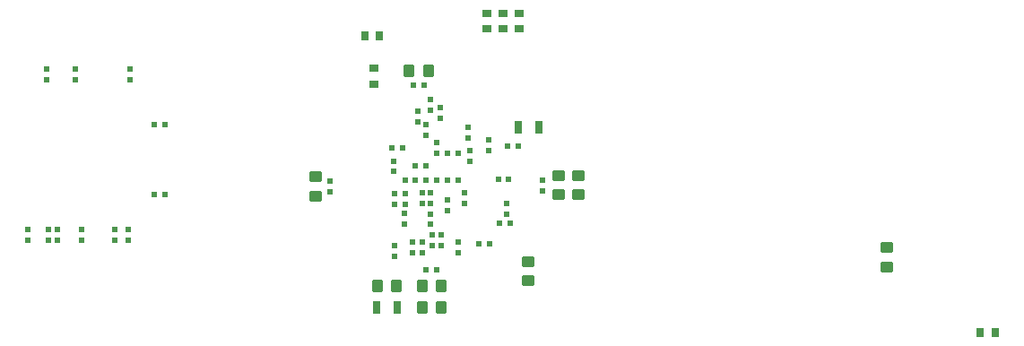
<source format=gbp>
G04*
G04 #@! TF.GenerationSoftware,Altium Limited,Altium Designer,18.0.11 (651)*
G04*
G04 Layer_Color=128*
%FSLAX42Y42*%
%MOMM*%
G71*
G01*
G75*
G04:AMPARAMS|DCode=28|XSize=0.45mm|YSize=0.55mm|CornerRadius=0.04mm|HoleSize=0mm|Usage=FLASHONLY|Rotation=270.000|XOffset=0mm|YOffset=0mm|HoleType=Round|Shape=RoundedRectangle|*
%AMROUNDEDRECTD28*
21,1,0.45,0.48,0,0,270.0*
21,1,0.38,0.55,0,0,270.0*
1,1,0.08,-0.24,-0.19*
1,1,0.08,-0.24,0.19*
1,1,0.08,0.24,0.19*
1,1,0.08,0.24,-0.19*
%
%ADD28ROUNDEDRECTD28*%
G04:AMPARAMS|DCode=31|XSize=0.85mm|YSize=0.65mm|CornerRadius=0.06mm|HoleSize=0mm|Usage=FLASHONLY|Rotation=180.000|XOffset=0mm|YOffset=0mm|HoleType=Round|Shape=RoundedRectangle|*
%AMROUNDEDRECTD31*
21,1,0.85,0.53,0,0,180.0*
21,1,0.73,0.65,0,0,180.0*
1,1,0.13,-0.36,0.26*
1,1,0.13,0.36,0.26*
1,1,0.13,0.36,-0.26*
1,1,0.13,-0.36,-0.26*
%
%ADD31ROUNDEDRECTD31*%
G04:AMPARAMS|DCode=32|XSize=0.85mm|YSize=0.65mm|CornerRadius=0.06mm|HoleSize=0mm|Usage=FLASHONLY|Rotation=270.000|XOffset=0mm|YOffset=0mm|HoleType=Round|Shape=RoundedRectangle|*
%AMROUNDEDRECTD32*
21,1,0.85,0.53,0,0,270.0*
21,1,0.73,0.65,0,0,270.0*
1,1,0.13,-0.26,-0.36*
1,1,0.13,-0.26,0.36*
1,1,0.13,0.26,0.36*
1,1,0.13,0.26,-0.36*
%
%ADD32ROUNDEDRECTD32*%
G04:AMPARAMS|DCode=37|XSize=0.85mm|YSize=0.75mm|CornerRadius=0.08mm|HoleSize=0mm|Usage=FLASHONLY|Rotation=180.000|XOffset=0mm|YOffset=0mm|HoleType=Round|Shape=RoundedRectangle|*
%AMROUNDEDRECTD37*
21,1,0.85,0.60,0,0,180.0*
21,1,0.70,0.75,0,0,180.0*
1,1,0.15,-0.35,0.30*
1,1,0.15,0.35,0.30*
1,1,0.15,0.35,-0.30*
1,1,0.15,-0.35,-0.30*
%
%ADD37ROUNDEDRECTD37*%
G04:AMPARAMS|DCode=47|XSize=1.25mm|YSize=0.95mm|CornerRadius=0.1mm|HoleSize=0mm|Usage=FLASHONLY|Rotation=90.000|XOffset=0mm|YOffset=0mm|HoleType=Round|Shape=RoundedRectangle|*
%AMROUNDEDRECTD47*
21,1,1.25,0.75,0,0,90.0*
21,1,1.05,0.95,0,0,90.0*
1,1,0.20,0.38,0.53*
1,1,0.20,0.38,-0.53*
1,1,0.20,-0.38,-0.53*
1,1,0.20,-0.38,0.53*
%
%ADD47ROUNDEDRECTD47*%
G04:AMPARAMS|DCode=48|XSize=0.45mm|YSize=0.55mm|CornerRadius=0.04mm|HoleSize=0mm|Usage=FLASHONLY|Rotation=180.000|XOffset=0mm|YOffset=0mm|HoleType=Round|Shape=RoundedRectangle|*
%AMROUNDEDRECTD48*
21,1,0.45,0.48,0,0,180.0*
21,1,0.38,0.55,0,0,180.0*
1,1,0.08,-0.19,0.24*
1,1,0.08,0.19,0.24*
1,1,0.08,0.19,-0.24*
1,1,0.08,-0.19,-0.24*
%
%ADD48ROUNDEDRECTD48*%
G04:AMPARAMS|DCode=56|XSize=1.25mm|YSize=0.65mm|CornerRadius=0.06mm|HoleSize=0mm|Usage=FLASHONLY|Rotation=90.000|XOffset=0mm|YOffset=0mm|HoleType=Round|Shape=RoundedRectangle|*
%AMROUNDEDRECTD56*
21,1,1.25,0.53,0,0,90.0*
21,1,1.13,0.65,0,0,90.0*
1,1,0.13,0.26,0.56*
1,1,0.13,0.26,-0.56*
1,1,0.13,-0.26,-0.56*
1,1,0.13,-0.26,0.56*
%
%ADD56ROUNDEDRECTD56*%
G04:AMPARAMS|DCode=66|XSize=1.25mm|YSize=0.95mm|CornerRadius=0.1mm|HoleSize=0mm|Usage=FLASHONLY|Rotation=0.000|XOffset=0mm|YOffset=0mm|HoleType=Round|Shape=RoundedRectangle|*
%AMROUNDEDRECTD66*
21,1,1.25,0.75,0,0,0.0*
21,1,1.05,0.95,0,0,0.0*
1,1,0.20,0.53,-0.38*
1,1,0.20,-0.53,-0.38*
1,1,0.20,-0.53,0.38*
1,1,0.20,0.53,0.38*
%
%ADD66ROUNDEDRECTD66*%
D28*
X5810Y3280D02*
D03*
X5710D02*
D03*
X6330Y3230D02*
D03*
X6230D02*
D03*
X5930Y3110D02*
D03*
X6030D02*
D03*
X5930Y2980D02*
D03*
X5830D02*
D03*
X6130D02*
D03*
X6030D02*
D03*
X6230Y2980D02*
D03*
X6330D02*
D03*
X6010Y3880D02*
D03*
X5910D02*
D03*
X6800Y3300D02*
D03*
X6900D02*
D03*
X6710Y2990D02*
D03*
X6810D02*
D03*
X6720Y2570D02*
D03*
X6820D02*
D03*
X6530Y2380D02*
D03*
X6630D02*
D03*
X5731Y2852D02*
D03*
X5831D02*
D03*
X5731Y2752D02*
D03*
X5831D02*
D03*
X6130Y2130D02*
D03*
X6030D02*
D03*
X3560Y3500D02*
D03*
X3460D02*
D03*
X3560Y2840D02*
D03*
X3460D02*
D03*
D31*
X6910Y4410D02*
D03*
Y4550D02*
D03*
X6760Y4410D02*
D03*
Y4550D02*
D03*
X6600Y4410D02*
D03*
Y4550D02*
D03*
D32*
X11260Y1540D02*
D03*
X11400D02*
D03*
X5590Y4340D02*
D03*
X5450D02*
D03*
D37*
X5540Y4035D02*
D03*
Y3885D02*
D03*
D47*
X5750Y1980D02*
D03*
X5570D02*
D03*
X5870Y4010D02*
D03*
X6050D02*
D03*
X5990Y1780D02*
D03*
X6170D02*
D03*
X5990Y1980D02*
D03*
X6170D02*
D03*
D48*
X5950Y3530D02*
D03*
Y3630D02*
D03*
X6160Y3560D02*
D03*
Y3660D02*
D03*
X6030Y3400D02*
D03*
Y3500D02*
D03*
X6430Y3380D02*
D03*
Y3480D02*
D03*
X6620Y3360D02*
D03*
Y3260D02*
D03*
X6130Y3231D02*
D03*
Y3331D02*
D03*
X6440Y3160D02*
D03*
Y3260D02*
D03*
X5720Y3160D02*
D03*
Y3060D02*
D03*
X5990Y2760D02*
D03*
Y2860D02*
D03*
X6070Y2860D02*
D03*
Y2760D02*
D03*
X6390Y2860D02*
D03*
Y2760D02*
D03*
X6230Y2790D02*
D03*
Y2690D02*
D03*
X6070Y2560D02*
D03*
Y2660D02*
D03*
Y3640D02*
D03*
Y3740D02*
D03*
X6790Y2760D02*
D03*
Y2660D02*
D03*
X5824Y2561D02*
D03*
Y2661D02*
D03*
X5730Y2360D02*
D03*
Y2260D02*
D03*
X5900Y2390D02*
D03*
Y2290D02*
D03*
X5990Y2390D02*
D03*
Y2290D02*
D03*
X6170Y2460D02*
D03*
Y2360D02*
D03*
X6090Y2460D02*
D03*
Y2360D02*
D03*
X6330Y2390D02*
D03*
Y2290D02*
D03*
X7130Y2980D02*
D03*
Y2880D02*
D03*
X5120Y2970D02*
D03*
Y2870D02*
D03*
X2450Y4030D02*
D03*
Y3930D02*
D03*
X2720Y4030D02*
D03*
Y3930D02*
D03*
X3230Y4030D02*
D03*
Y3930D02*
D03*
X2270Y2410D02*
D03*
Y2510D02*
D03*
X2460Y2410D02*
D03*
Y2510D02*
D03*
X2550Y2410D02*
D03*
Y2510D02*
D03*
X2780Y2410D02*
D03*
Y2510D02*
D03*
X3090Y2410D02*
D03*
Y2510D02*
D03*
X3220Y2410D02*
D03*
Y2510D02*
D03*
D56*
X6902Y3480D02*
D03*
X7092D02*
D03*
X5755Y1780D02*
D03*
X5565D02*
D03*
D66*
X7470Y2840D02*
D03*
Y3020D02*
D03*
X7280Y2840D02*
D03*
Y3020D02*
D03*
X4990Y2830D02*
D03*
Y3010D02*
D03*
X6990Y2210D02*
D03*
Y2030D02*
D03*
X10380Y2160D02*
D03*
Y2340D02*
D03*
M02*

</source>
